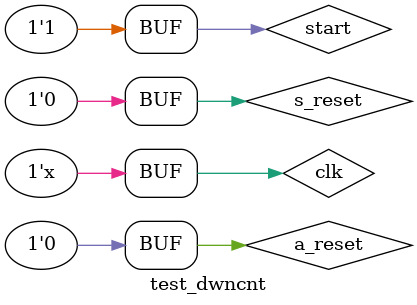
<source format=v>
module test_dwncnt;
		reg start,a_reset,s_reset,clk;
		wire[2:0] count;

		dwncnt t1(count,start,a_reset,s_reset,clk);  
		
		initial begin
			clk=0;
			start = 1;
			s_reset = 0;    	
			a_reset=0;
		
		end // initial begin

		always begin
			#5 clk = ~clk;
		end
		
endmodule

</source>
